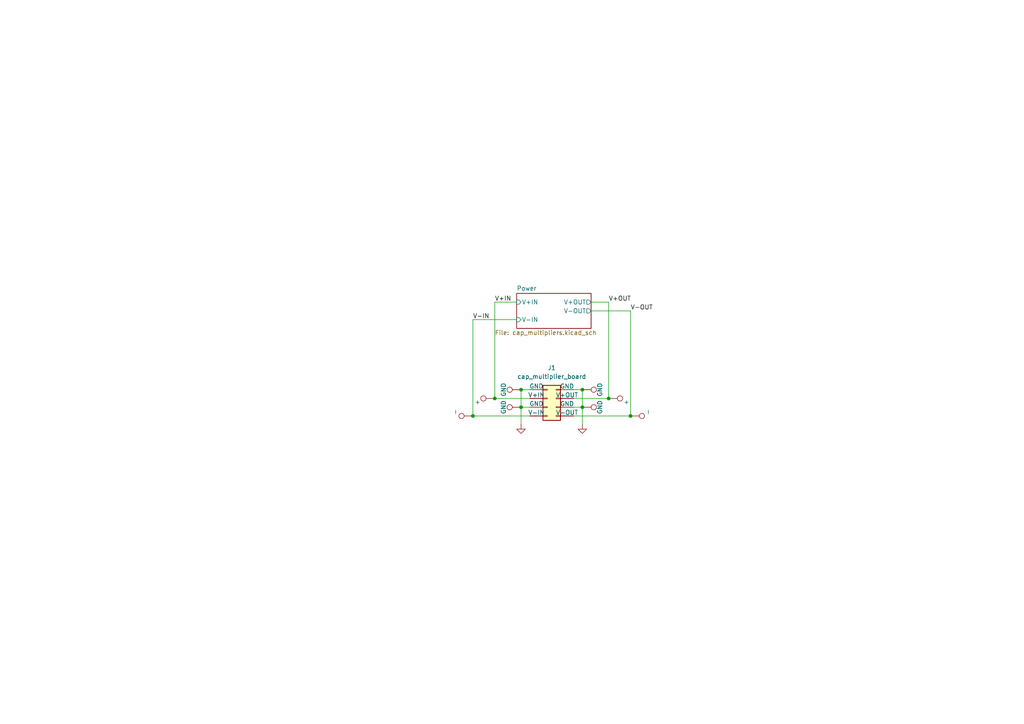
<source format=kicad_sch>
(kicad_sch (version 20231120) (generator "eeschema") (generator_version "8.0")
  (paper "A4")
  (title_block (title "Cap Multipliers") (date "2025-07-18") (rev "0.1.X") (company "ElectroOptical Innovations"))
  (lib_symbols
    (symbol "Connector:TestPoint" (pin_numbers hide) (pin_names (offset 0.762) hide) (in_bom no)
      (property "Reference" "TP" (at 0 6.858 0))
      (property "Value" "TestPoint" (at 0 5.08 0))
      (symbol "TestPoint_0_1"
        (circle (center 0 3.302) (radius 0.762))
      )
      (symbol "TestPoint_1_1"
        (pin passive line (at 0 0 90) (length 2.54) (name "1") (number "1"))
      )
    )
    (symbol "Library:cap_multiplier_board" (pin_numbers hide) (pin_names (offset 0))
      (property "Reference" "J" (at 0 5.08 0))
      (property "Value" "cap_multiplier_board" (at 10.16 -7.62 0))
      (symbol "cap_multiplier_board_1_1"
        (rectangle (start -2.54 -4.953) (end -1.27 -5.207) (stroke (width 0.1524)))
        (rectangle (start -2.54 -2.413) (end -1.27 -2.667) (stroke (width 0.1524)))
        (rectangle (start -2.54 0.127) (end -1.27 -0.127) (stroke (width 0.1524)))
        (rectangle (start -2.54 2.667) (end -1.27 2.413) (stroke (width 0.1524)))
        (rectangle (start -2.54 3.81) (end 2.54 -6.35) (stroke (width 0.254)) (fill (type background)))
        (rectangle (start 2.54 -4.953) (end 1.27 -5.207) (stroke (width 0.1524)))
        (rectangle (start 2.54 -2.413) (end 1.27 -2.667) (stroke (width 0.1524)))
        (rectangle (start 2.54 0.127) (end 1.27 -0.127) (stroke (width 0.1524)))
        (rectangle (start 2.54 2.667) (end 1.27 2.413) (stroke (width 0.1524)))
        (pin passive line (at -6.35 2.54 0) (length 3.81) (name "GND") (number "1"))
        (pin passive line (at -6.35 0 0) (length 3.81) (name "V+IN") (number "2"))
        (pin passive line (at -6.35 -2.54 0) (length 3.81) (name "GND") (number "3"))
        (pin passive line (at -6.35 -5.08 0) (length 3.81) (name "V-IN") (number "4"))
        (pin passive line (at 6.35 -5.08 180) (length 3.81) (name "V-OUT") (number "5"))
        (pin passive line (at 6.35 -2.54 180) (length 3.81) (name "GND") (number "6"))
        (pin passive line (at 6.35 0 180) (length 3.81) (name "V+OUT") (number "7"))
        (pin passive line (at 6.35 2.54 180) (length 3.81) (name "GND") (number "8"))
      )
    )
    (symbol "power:GND" (power) (pin_numbers hide) (pin_names (offset 0) hide)
      (property "Value" "GND" (at 0 -3.81 0))
      (symbol "GND_0_1"
        (polyline (pts (xy 0 0) (xy 0 -1.27) (xy 1.27 -1.27) (xy 0 -2.54) (xy -1.27 -1.27) (xy 0 -1.27)))
      )
      (symbol "GND_1_1"
        (pin power_in line (at 0 0 270) (length 0) (name "~") (number "1"))
      )
    )
  )
  (junction (at 151.13 113.03))
  (junction (at 176.53 115.57))
  (junction (at 182.88 120.65))
  (junction (at 168.91 113.03))
  (junction (at 143.51 115.57))
  (junction (at 168.91 118.11))
  (junction (at 137.16 120.65))
  (junction (at 151.13 118.11))
  (wire (pts (xy 166.37 118.11) (xy 168.91 118.11)))
  (wire (pts (xy 171.45 90.17) (xy 182.88 90.17)))
  (wire (pts (xy 176.53 115.57) (xy 176.53 87.63)))
  (wire (pts (xy 166.37 115.57) (xy 176.53 115.57)))
  (wire (pts (xy 171.45 87.63) (xy 176.53 87.63)))
  (wire (pts (xy 166.37 113.03) (xy 168.91 113.03)))
  (wire (pts (xy 137.16 120.65) (xy 153.67 120.65)))
  (wire (pts (xy 137.16 120.65) (xy 137.16 92.71)))
  (wire (pts (xy 151.13 118.11) (xy 151.13 123.19)))
  (wire (pts (xy 182.88 120.65) (xy 182.88 90.17)))
  (wire (pts (xy 143.51 87.63) (xy 149.86 87.63)))
  (wire (pts (xy 166.37 120.65) (xy 182.88 120.65)))
  (wire (pts (xy 168.91 118.11) (xy 168.91 123.19)))
  (wire (pts (xy 143.51 115.57) (xy 153.67 115.57)))
  (wire (pts (xy 143.51 115.57) (xy 143.51 87.63)))
  (wire (pts (xy 153.67 118.11) (xy 151.13 118.11)))
  (wire (pts (xy 153.67 113.03) (xy 151.13 113.03)))
  (wire (pts (xy 137.16 92.71) (xy 149.86 92.71)))
  (wire (pts (xy 151.13 113.03) (xy 151.13 118.11)))
  (wire (pts (xy 168.91 113.03) (xy 168.91 118.11)))
  (label "V-IN" (at 137.16 92.71 0))
  (label "V+IN" (at 143.51 87.63 0))
  (label "V-OUT" (at 182.88 90.17 0))
  (label "V+OUT" (at 176.53 87.63 0))
  (symbol (lib_id "Connector:TestPoint") (at 137.16 120.65 90) (mirror x) (unit 1) (in_bom no)
    (property "Reference" "TP8" (effects (hide yes)))
    (property "Value" "-" (at 132.08 118.618 0) (effects (justify left)))
    (property "Footprint" "Library:TestPoint_Pad_D1.0mm" (effects (hide yes)))
    (property "Description" "test point" (effects (hide yes)))
  )
  (symbol (lib_id "power:GND") (at 151.13 123.19 0) (unit 1)
    (property "Reference" "#PWR1" (effects (hide yes)))
    (property "Value" "GND" (effects (hide yes)))
    (property "Description" "Power symbol creates a global label with name \"GND\" , ground" (effects (hide yes)))
  )
  (symbol (lib_id "Connector:TestPoint") (at 143.51 115.57 90) (unit 1) (in_bom no)
    (property "Reference" "TP7" (effects (hide yes)))
    (property "Value" "+" (at 138.43 117.602 0) (effects (justify left)))
    (property "Footprint" "Library:TestPoint_Pad_D1.0mm" (effects (hide yes)))
    (property "Description" "test point" (effects (hide yes)))
  )
  (symbol (lib_id "Connector:TestPoint") (at 151.13 118.11 90) (unit 1) (in_bom no)
    (property "Reference" "TP6" (effects (hide yes)))
    (property "Value" "GND" (at 146.05 118.11 0))
    (property "Footprint" "Library:TestPoint_Pad_D1.0mm" (effects (hide yes)))
    (property "Description" "test point" (effects (hide yes)))
  )
  (symbol (lib_id "Connector:TestPoint") (at 151.13 113.03 90) (unit 1) (in_bom no)
    (property "Reference" "TP5" (effects (hide yes)))
    (property "Value" "GND" (at 146.05 113.03 0))
    (property "Footprint" "Library:TestPoint_Pad_D1.0mm" (effects (hide yes)))
    (property "Description" "test point" (effects (hide yes)))
  )
  (symbol (lib_id "Library:cap_multiplier_board") (at 160.02 115.57 0) (unit 1)
    (property "Reference" "J1" (at 160.02 106.68 0))
    (property "Value" "cap_multiplier_board" (at 160.02 109.22 0))
    (property "Footprint" "Library:board" (effects (hide yes)))
    (property "Description" "Generic connector, double row, 02x04, counter clockwise pin numbering scheme (similar to DIP package numbering), script generated (kicad-library-utils/schlib/autogen/connector/)" (effects (hide yes)))
  )
  (symbol (lib_id "power:GND") (at 168.91 123.19 0) (mirror y) (unit 1)
    (property "Reference" "#PWR17" (effects (hide yes)))
    (property "Value" "GND" (effects (hide yes)))
    (property "Description" "Power symbol creates a global label with name \"GND\" , ground" (effects (hide yes)))
  )
  (symbol (lib_id "Connector:TestPoint") (at 176.53 115.57 270) (mirror x) (unit 1) (in_bom no)
    (property "Reference" "TP1" (effects (hide yes)))
    (property "Value" "+" (at 181.61 117.602 0) (effects (justify left)))
    (property "Footprint" "Library:TestPoint_Pad_D1.0mm" (effects (hide yes)))
    (property "Description" "test point" (effects (hide yes)))
  )
  (symbol (lib_id "Connector:TestPoint") (at 168.91 118.11 270) (mirror x) (unit 1) (in_bom no)
    (property "Reference" "TP3" (effects (hide yes)))
    (property "Value" "GND" (at 173.99 118.11 0))
    (property "Footprint" "Library:TestPoint_Pad_D1.0mm" (effects (hide yes)))
    (property "Description" "test point" (effects (hide yes)))
  )
  (symbol (lib_id "Connector:TestPoint") (at 168.91 113.03 270) (mirror x) (unit 1) (in_bom no)
    (property "Reference" "TP4" (effects (hide yes)))
    (property "Value" "GND" (at 173.99 113.03 0))
    (property "Footprint" "Library:TestPoint_Pad_D1.0mm" (effects (hide yes)))
    (property "Description" "test point" (effects (hide yes)))
  )
  (symbol (lib_id "Connector:TestPoint") (at 182.88 120.65 270) (unit 1) (in_bom no)
    (property "Reference" "TP2" (effects (hide yes)))
    (property "Value" "-" (at 187.96 118.618 0) (effects (justify left)))
    (property "Footprint" "Library:TestPoint_Pad_D1.0mm" (effects (hide yes)))
    (property "Description" "test point" (effects (hide yes)))
  )
  (sheet (at 149.86 85.09) (size 21.59 10.16) (stroke (width 0.1524))
    (property "Sheetname" "Power" (at 149.86 84.3784 0) (effects (justify left bottom)))
    (property "Sheetfile" "cap_multipliers.kicad_sch" (at 143.51 95.758 0) (effects (justify left top)))
    (pin "V+IN" input (at 149.86 87.63 180))
    (pin "V+OUT" output (at 171.45 87.63 0))
    (pin "V-OUT" output (at 171.45 90.17 0))
    (pin "V-IN" input (at 149.86 92.71 180))
  )
)
</source>
